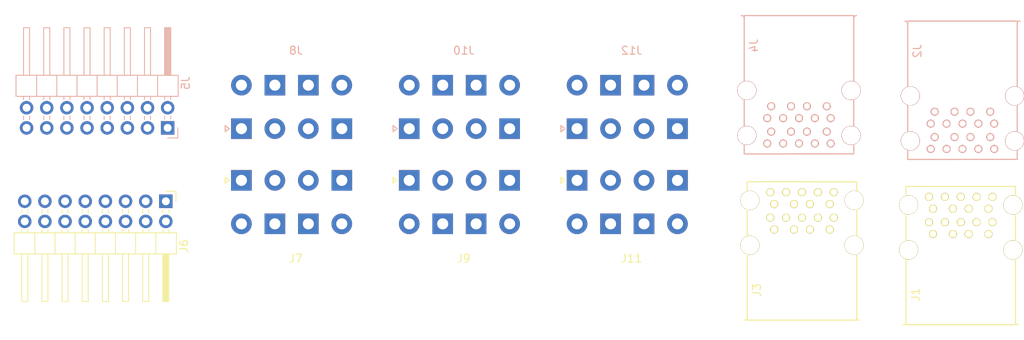
<source format=kicad_pcb>
(kicad_pcb (version 4) (host pcbnew 4.0.7)

  (general
    (links 76)
    (no_connects 0)
    (area 0 0 0 0)
    (thickness 1.6)
    (drawings 0)
    (tracks 0)
    (zones 0)
    (modules 12)
    (nets 77)
  )

  (page A4)
  (layers
    (0 F.Cu signal)
    (31 B.Cu signal)
    (32 B.Adhes user)
    (33 F.Adhes user)
    (34 B.Paste user)
    (35 F.Paste user)
    (36 B.SilkS user)
    (37 F.SilkS user)
    (38 B.Mask user)
    (39 F.Mask user)
    (40 Dwgs.User user)
    (41 Cmts.User user)
    (42 Eco1.User user)
    (43 Eco2.User user)
    (44 Edge.Cuts user)
    (45 Margin user)
    (46 B.CrtYd user)
    (47 F.CrtYd user)
    (48 B.Fab user)
    (49 F.Fab user)
  )

  (setup
    (last_trace_width 0.25)
    (trace_clearance 0.2)
    (zone_clearance 0.508)
    (zone_45_only no)
    (trace_min 0.2)
    (segment_width 0.2)
    (edge_width 0.15)
    (via_size 0.6)
    (via_drill 0.4)
    (via_min_size 0.4)
    (via_min_drill 0.3)
    (uvia_size 0.3)
    (uvia_drill 0.1)
    (uvias_allowed no)
    (uvia_min_size 0.2)
    (uvia_min_drill 0.1)
    (pcb_text_width 0.3)
    (pcb_text_size 1.5 1.5)
    (mod_edge_width 0.15)
    (mod_text_size 1 1)
    (mod_text_width 0.15)
    (pad_size 1.524 1.524)
    (pad_drill 0.762)
    (pad_to_mask_clearance 0.2)
    (aux_axis_origin 0 0)
    (visible_elements FFFFFF7F)
    (pcbplotparams
      (layerselection 0x00030_80000001)
      (usegerberextensions false)
      (excludeedgelayer true)
      (linewidth 0.100000)
      (plotframeref false)
      (viasonmask false)
      (mode 1)
      (useauxorigin false)
      (hpglpennumber 1)
      (hpglpenspeed 20)
      (hpglpendiameter 15)
      (hpglpenoverlay 2)
      (psnegative false)
      (psa4output false)
      (plotreference true)
      (plotvalue true)
      (plotinvisibletext false)
      (padsonsilk false)
      (subtractmaskfromsilk false)
      (outputformat 1)
      (mirror false)
      (drillshape 1)
      (scaleselection 1)
      (outputdirectory ""))
  )

  (net 0 "")
  (net 1 "Net-(J1-Pad4)")
  (net 2 "Net-(J1-Pad1)")
  (net 3 "Net-(J1-Pad2)")
  (net 4 "Net-(J1-Pad3)")
  (net 5 "Net-(J1-Pad5)")
  (net 6 "Net-(J1-Pad6)")
  (net 7 "Net-(J1-Pad7)")
  (net 8 "Net-(J1-Pad8)")
  (net 9 "Net-(J1-Pad9)")
  (net 10 "Net-(J1-Pad10)")
  (net 11 "Net-(J1-Pad11)")
  (net 12 "Net-(J1-Pad12)")
  (net 13 "Net-(J1-Pad13)")
  (net 14 "Net-(J1-Pad14)")
  (net 15 "Net-(J1-Pad15)")
  (net 16 "Net-(J1-Pad16)")
  (net 17 "Net-(J1-Pad17)")
  (net 18 "Net-(J1-Pad18)")
  (net 19 "Net-(J3-Pad4)")
  (net 20 "Net-(J3-Pad1)")
  (net 21 "Net-(J3-Pad2)")
  (net 22 "Net-(J3-Pad3)")
  (net 23 "Net-(J3-Pad5)")
  (net 24 "Net-(J3-Pad6)")
  (net 25 "Net-(J3-Pad7)")
  (net 26 "Net-(J3-Pad8)")
  (net 27 "Net-(J3-Pad9)")
  (net 28 "Net-(J3-Pad10)")
  (net 29 "Net-(J3-Pad11)")
  (net 30 "Net-(J3-Pad12)")
  (net 31 "Net-(J3-Pad13)")
  (net 32 "Net-(J3-Pad14)")
  (net 33 "Net-(J3-Pad15)")
  (net 34 "Net-(J3-Pad16)")
  (net 35 "Net-(J3-Pad17)")
  (net 36 "Net-(J3-Pad18)")
  (net 37 "Net-(J5-Pad1)")
  (net 38 "Net-(J5-Pad2)")
  (net 39 "Net-(J5-Pad3)")
  (net 40 "Net-(J5-Pad4)")
  (net 41 "Net-(J5-Pad5)")
  (net 42 "Net-(J5-Pad6)")
  (net 43 "Net-(J5-Pad7)")
  (net 44 "Net-(J5-Pad8)")
  (net 45 "Net-(J5-Pad9)")
  (net 46 "Net-(J5-Pad10)")
  (net 47 "Net-(J5-Pad11)")
  (net 48 "Net-(J5-Pad12)")
  (net 49 "Net-(J5-Pad13)")
  (net 50 "Net-(J5-Pad14)")
  (net 51 "Net-(J5-Pad15)")
  (net 52 "Net-(J5-Pad16)")
  (net 53 "Net-(J7-Pad2)")
  (net 54 "Net-(J7-Pad1)")
  (net 55 "Net-(J7-Pad3)")
  (net 56 "Net-(J7-Pad4)")
  (net 57 "Net-(J7-Pad7)")
  (net 58 "Net-(J7-Pad6)")
  (net 59 "Net-(J7-Pad8)")
  (net 60 "Net-(J7-Pad5)")
  (net 61 "Net-(J10-Pad2)")
  (net 62 "Net-(J10-Pad1)")
  (net 63 "Net-(J10-Pad3)")
  (net 64 "Net-(J10-Pad4)")
  (net 65 "Net-(J10-Pad7)")
  (net 66 "Net-(J10-Pad6)")
  (net 67 "Net-(J10-Pad8)")
  (net 68 "Net-(J10-Pad5)")
  (net 69 "Net-(J11-Pad2)")
  (net 70 "Net-(J11-Pad1)")
  (net 71 "Net-(J11-Pad3)")
  (net 72 "Net-(J11-Pad4)")
  (net 73 "Net-(J11-Pad7)")
  (net 74 "Net-(J11-Pad6)")
  (net 75 "Net-(J11-Pad8)")
  (net 76 "Net-(J11-Pad5)")

  (net_class Default "This is the default net class."
    (clearance 0.2)
    (trace_width 0.25)
    (via_dia 0.6)
    (via_drill 0.4)
    (uvia_dia 0.3)
    (uvia_drill 0.1)
    (add_net "Net-(J1-Pad1)")
    (add_net "Net-(J1-Pad10)")
    (add_net "Net-(J1-Pad11)")
    (add_net "Net-(J1-Pad12)")
    (add_net "Net-(J1-Pad13)")
    (add_net "Net-(J1-Pad14)")
    (add_net "Net-(J1-Pad15)")
    (add_net "Net-(J1-Pad16)")
    (add_net "Net-(J1-Pad17)")
    (add_net "Net-(J1-Pad18)")
    (add_net "Net-(J1-Pad2)")
    (add_net "Net-(J1-Pad3)")
    (add_net "Net-(J1-Pad4)")
    (add_net "Net-(J1-Pad5)")
    (add_net "Net-(J1-Pad6)")
    (add_net "Net-(J1-Pad7)")
    (add_net "Net-(J1-Pad8)")
    (add_net "Net-(J1-Pad9)")
    (add_net "Net-(J10-Pad1)")
    (add_net "Net-(J10-Pad2)")
    (add_net "Net-(J10-Pad3)")
    (add_net "Net-(J10-Pad4)")
    (add_net "Net-(J10-Pad5)")
    (add_net "Net-(J10-Pad6)")
    (add_net "Net-(J10-Pad7)")
    (add_net "Net-(J10-Pad8)")
    (add_net "Net-(J11-Pad1)")
    (add_net "Net-(J11-Pad2)")
    (add_net "Net-(J11-Pad3)")
    (add_net "Net-(J11-Pad4)")
    (add_net "Net-(J11-Pad5)")
    (add_net "Net-(J11-Pad6)")
    (add_net "Net-(J11-Pad7)")
    (add_net "Net-(J11-Pad8)")
    (add_net "Net-(J3-Pad1)")
    (add_net "Net-(J3-Pad10)")
    (add_net "Net-(J3-Pad11)")
    (add_net "Net-(J3-Pad12)")
    (add_net "Net-(J3-Pad13)")
    (add_net "Net-(J3-Pad14)")
    (add_net "Net-(J3-Pad15)")
    (add_net "Net-(J3-Pad16)")
    (add_net "Net-(J3-Pad17)")
    (add_net "Net-(J3-Pad18)")
    (add_net "Net-(J3-Pad2)")
    (add_net "Net-(J3-Pad3)")
    (add_net "Net-(J3-Pad4)")
    (add_net "Net-(J3-Pad5)")
    (add_net "Net-(J3-Pad6)")
    (add_net "Net-(J3-Pad7)")
    (add_net "Net-(J3-Pad8)")
    (add_net "Net-(J3-Pad9)")
    (add_net "Net-(J5-Pad1)")
    (add_net "Net-(J5-Pad10)")
    (add_net "Net-(J5-Pad11)")
    (add_net "Net-(J5-Pad12)")
    (add_net "Net-(J5-Pad13)")
    (add_net "Net-(J5-Pad14)")
    (add_net "Net-(J5-Pad15)")
    (add_net "Net-(J5-Pad16)")
    (add_net "Net-(J5-Pad2)")
    (add_net "Net-(J5-Pad3)")
    (add_net "Net-(J5-Pad4)")
    (add_net "Net-(J5-Pad5)")
    (add_net "Net-(J5-Pad6)")
    (add_net "Net-(J5-Pad7)")
    (add_net "Net-(J5-Pad8)")
    (add_net "Net-(J5-Pad9)")
    (add_net "Net-(J7-Pad1)")
    (add_net "Net-(J7-Pad2)")
    (add_net "Net-(J7-Pad3)")
    (add_net "Net-(J7-Pad4)")
    (add_net "Net-(J7-Pad5)")
    (add_net "Net-(J7-Pad6)")
    (add_net "Net-(J7-Pad7)")
    (add_net "Net-(J7-Pad8)")
  )

  (module USST-footprints:USB-A_3.0_Stacked_WM10420-ND (layer F.Cu) (tedit 5AA44F0A) (tstamp 5AD7A48E)
    (at 214.76 76.75 90)
    (path /5AA4511C)
    (fp_text reference J1 (at -10.14 -5.12 90) (layer F.SilkS)
      (effects (font (size 1 1) (thickness 0.15)))
    )
    (fp_text value Conn_02x09_Odd_Even (at -15.06 -0.5 180) (layer F.Fab)
      (effects (font (size 1 1) (thickness 0.15)))
    )
    (fp_arc (start -13.59 -6.68) (end -13.6 -6.33) (angle 90) (layer F.SilkS) (width 0.15))
    (fp_arc (start -13.6 7.81) (end -13.94 7.82) (angle 90) (layer F.SilkS) (width 0.15))
    (fp_line (start 3.51 7.47) (end 3.52 -6.33) (layer F.SilkS) (width 0.15))
    (fp_line (start 3.52 -6.33) (end -13.94 -6.33) (layer F.SilkS) (width 0.15))
    (fp_line (start -13.94 -6.33) (end -13.94 7.47) (layer F.SilkS) (width 0.15))
    (fp_line (start -13.94 7.47) (end 3.52 7.47) (layer F.SilkS) (width 0.15))
    (pad "" thru_hole circle (at -4.5 -6 90) (size 2.4 2.4) (drill 2.3) (layers *.Cu *.Mask F.SilkS))
    (pad "" thru_hole circle (at 1.18 -6 90) (size 2.4 2.4) (drill 2.3) (layers *.Cu *.Mask F.SilkS))
    (pad "" thru_hole circle (at 1.18 7.14 90) (size 2.4 2.4) (drill 2.3) (layers *.Cu *.Mask F.SilkS))
    (pad "" thru_hole circle (at -4.49 7.14 90) (size 2.4 2.4) (drill 2.3) (layers *.Cu *.Mask F.SilkS))
    (pad 4 thru_hole circle (at -2.5 4.07 90) (size 1 1) (drill 0.7) (layers *.Cu *.Mask F.SilkS)
      (net 1 "Net-(J1-Pad4)"))
    (pad 1 thru_hole circle (at -2.5 -2.93 90) (size 1 1) (drill 0.7) (layers *.Cu *.Mask F.SilkS)
      (net 2 "Net-(J1-Pad1)"))
    (pad 2 thru_hole circle (at -2.5 -0.43 90) (size 1 1) (drill 0.7) (layers *.Cu *.Mask F.SilkS)
      (net 3 "Net-(J1-Pad2)"))
    (pad 3 thru_hole circle (at -2.5 1.57 90) (size 1 1) (drill 0.7) (layers *.Cu *.Mask F.SilkS)
      (net 4 "Net-(J1-Pad3)"))
    (pad 5 thru_hole circle (at -1 4.57 90) (size 1 1) (drill 0.7) (layers *.Cu *.Mask F.SilkS)
      (net 5 "Net-(J1-Pad5)"))
    (pad 6 thru_hole circle (at -1 2.57 90) (size 1 1) (drill 0.7) (layers *.Cu *.Mask F.SilkS)
      (net 6 "Net-(J1-Pad6)"))
    (pad 7 thru_hole circle (at -1 0.58 90) (size 1 1) (drill 0.7) (layers *.Cu *.Mask F.SilkS)
      (net 7 "Net-(J1-Pad7)"))
    (pad 8 thru_hole circle (at -1 -1.43 90) (size 1 1) (drill 0.7) (layers *.Cu *.Mask F.SilkS)
      (net 8 "Net-(J1-Pad8)"))
    (pad 9 thru_hole circle (at -1 -3.43 90) (size 1 1) (drill 0.7) (layers *.Cu *.Mask F.SilkS)
      (net 9 "Net-(J1-Pad9)"))
    (pad 10 thru_hole circle (at 0.7 -2.93 90) (size 1 1) (drill 0.7) (layers *.Cu *.Mask F.SilkS)
      (net 10 "Net-(J1-Pad10)"))
    (pad 11 thru_hole circle (at 0.7 -0.43 90) (size 1 1) (drill 0.7) (layers *.Cu *.Mask F.SilkS)
      (net 11 "Net-(J1-Pad11)"))
    (pad 12 thru_hole circle (at 0.7 1.57 90) (size 1 1) (drill 0.7) (layers *.Cu *.Mask F.SilkS)
      (net 12 "Net-(J1-Pad12)"))
    (pad 13 thru_hole circle (at 0.7 4.07 90) (size 1 1) (drill 0.7) (layers *.Cu *.Mask F.SilkS)
      (net 13 "Net-(J1-Pad13)"))
    (pad 14 thru_hole circle (at 2.2 4.57 90) (size 1 1) (drill 0.7) (layers *.Cu *.Mask F.SilkS)
      (net 14 "Net-(J1-Pad14)"))
    (pad 15 thru_hole circle (at 2.2 2.57 90) (size 1 1) (drill 0.7) (layers *.Cu *.Mask F.SilkS)
      (net 15 "Net-(J1-Pad15)"))
    (pad 16 thru_hole circle (at 2.2 0.57 90) (size 1 1) (drill 0.7) (layers *.Cu *.Mask F.SilkS)
      (net 16 "Net-(J1-Pad16)"))
    (pad 17 thru_hole circle (at 2.2 -1.43 90) (size 1 1) (drill 0.7) (layers *.Cu *.Mask F.SilkS)
      (net 17 "Net-(J1-Pad17)"))
    (pad 18 thru_hole circle (at 2.2 -3.43 90) (size 1 1) (drill 0.7) (layers *.Cu *.Mask F.SilkS)
      (net 18 "Net-(J1-Pad18)"))
  )

  (module USST-footprints:USB-A_3.0_Stacked_WM10420-ND (layer B.Cu) (tedit 5AA44F0A) (tstamp 5AD7A4AE)
    (at 214.98 66.31 270)
    (path /5AA45159)
    (fp_text reference J2 (at -10.14 5.12 270) (layer B.SilkS)
      (effects (font (size 1 1) (thickness 0.15)) (justify mirror))
    )
    (fp_text value Conn_02x09_Odd_Even (at -15.06 0.5 540) (layer B.Fab)
      (effects (font (size 1 1) (thickness 0.15)) (justify mirror))
    )
    (fp_arc (start -13.59 6.68) (end -13.6 6.33) (angle -90) (layer B.SilkS) (width 0.15))
    (fp_arc (start -13.6 -7.81) (end -13.94 -7.82) (angle -90) (layer B.SilkS) (width 0.15))
    (fp_line (start 3.51 -7.47) (end 3.52 6.33) (layer B.SilkS) (width 0.15))
    (fp_line (start 3.52 6.33) (end -13.94 6.33) (layer B.SilkS) (width 0.15))
    (fp_line (start -13.94 6.33) (end -13.94 -7.47) (layer B.SilkS) (width 0.15))
    (fp_line (start -13.94 -7.47) (end 3.52 -7.47) (layer B.SilkS) (width 0.15))
    (pad "" thru_hole circle (at -4.5 6 270) (size 2.4 2.4) (drill 2.3) (layers *.Cu *.Mask B.SilkS))
    (pad "" thru_hole circle (at 1.18 6 270) (size 2.4 2.4) (drill 2.3) (layers *.Cu *.Mask B.SilkS))
    (pad "" thru_hole circle (at 1.18 -7.14 270) (size 2.4 2.4) (drill 2.3) (layers *.Cu *.Mask B.SilkS))
    (pad "" thru_hole circle (at -4.49 -7.14 270) (size 2.4 2.4) (drill 2.3) (layers *.Cu *.Mask B.SilkS))
    (pad 4 thru_hole circle (at -2.5 -4.07 270) (size 1 1) (drill 0.7) (layers *.Cu *.Mask B.SilkS)
      (net 1 "Net-(J1-Pad4)"))
    (pad 1 thru_hole circle (at -2.5 2.93 270) (size 1 1) (drill 0.7) (layers *.Cu *.Mask B.SilkS)
      (net 2 "Net-(J1-Pad1)"))
    (pad 2 thru_hole circle (at -2.5 0.43 270) (size 1 1) (drill 0.7) (layers *.Cu *.Mask B.SilkS)
      (net 3 "Net-(J1-Pad2)"))
    (pad 3 thru_hole circle (at -2.5 -1.57 270) (size 1 1) (drill 0.7) (layers *.Cu *.Mask B.SilkS)
      (net 4 "Net-(J1-Pad3)"))
    (pad 5 thru_hole circle (at -1 -4.57 270) (size 1 1) (drill 0.7) (layers *.Cu *.Mask B.SilkS)
      (net 5 "Net-(J1-Pad5)"))
    (pad 6 thru_hole circle (at -1 -2.57 270) (size 1 1) (drill 0.7) (layers *.Cu *.Mask B.SilkS)
      (net 6 "Net-(J1-Pad6)"))
    (pad 7 thru_hole circle (at -1 -0.58 270) (size 1 1) (drill 0.7) (layers *.Cu *.Mask B.SilkS)
      (net 7 "Net-(J1-Pad7)"))
    (pad 8 thru_hole circle (at -1 1.43 270) (size 1 1) (drill 0.7) (layers *.Cu *.Mask B.SilkS)
      (net 8 "Net-(J1-Pad8)"))
    (pad 9 thru_hole circle (at -1 3.43 270) (size 1 1) (drill 0.7) (layers *.Cu *.Mask B.SilkS)
      (net 9 "Net-(J1-Pad9)"))
    (pad 10 thru_hole circle (at 0.7 2.93 270) (size 1 1) (drill 0.7) (layers *.Cu *.Mask B.SilkS)
      (net 10 "Net-(J1-Pad10)"))
    (pad 11 thru_hole circle (at 0.7 0.43 270) (size 1 1) (drill 0.7) (layers *.Cu *.Mask B.SilkS)
      (net 11 "Net-(J1-Pad11)"))
    (pad 12 thru_hole circle (at 0.7 -1.57 270) (size 1 1) (drill 0.7) (layers *.Cu *.Mask B.SilkS)
      (net 12 "Net-(J1-Pad12)"))
    (pad 13 thru_hole circle (at 0.7 -4.07 270) (size 1 1) (drill 0.7) (layers *.Cu *.Mask B.SilkS)
      (net 13 "Net-(J1-Pad13)"))
    (pad 14 thru_hole circle (at 2.2 -4.57 270) (size 1 1) (drill 0.7) (layers *.Cu *.Mask B.SilkS)
      (net 14 "Net-(J1-Pad14)"))
    (pad 15 thru_hole circle (at 2.2 -2.57 270) (size 1 1) (drill 0.7) (layers *.Cu *.Mask B.SilkS)
      (net 15 "Net-(J1-Pad15)"))
    (pad 16 thru_hole circle (at 2.2 -0.57 270) (size 1 1) (drill 0.7) (layers *.Cu *.Mask B.SilkS)
      (net 16 "Net-(J1-Pad16)"))
    (pad 17 thru_hole circle (at 2.2 1.43 270) (size 1 1) (drill 0.7) (layers *.Cu *.Mask B.SilkS)
      (net 17 "Net-(J1-Pad17)"))
    (pad 18 thru_hole circle (at 2.2 3.43 270) (size 1 1) (drill 0.7) (layers *.Cu *.Mask B.SilkS)
      (net 18 "Net-(J1-Pad18)"))
  )

  (module USST-footprints:USB-A_3.0_Stacked_WM10420-ND (layer F.Cu) (tedit 5AA44F0A) (tstamp 5AD7A4CE)
    (at 194.76 76.17 90)
    (path /5AA46292)
    (fp_text reference J3 (at -10.14 -5.12 90) (layer F.SilkS)
      (effects (font (size 1 1) (thickness 0.15)))
    )
    (fp_text value Conn_02x09_Odd_Even (at -15.06 -0.5 180) (layer F.Fab)
      (effects (font (size 1 1) (thickness 0.15)))
    )
    (fp_arc (start -13.59 -6.68) (end -13.6 -6.33) (angle 90) (layer F.SilkS) (width 0.15))
    (fp_arc (start -13.6 7.81) (end -13.94 7.82) (angle 90) (layer F.SilkS) (width 0.15))
    (fp_line (start 3.51 7.47) (end 3.52 -6.33) (layer F.SilkS) (width 0.15))
    (fp_line (start 3.52 -6.33) (end -13.94 -6.33) (layer F.SilkS) (width 0.15))
    (fp_line (start -13.94 -6.33) (end -13.94 7.47) (layer F.SilkS) (width 0.15))
    (fp_line (start -13.94 7.47) (end 3.52 7.47) (layer F.SilkS) (width 0.15))
    (pad "" thru_hole circle (at -4.5 -6 90) (size 2.4 2.4) (drill 2.3) (layers *.Cu *.Mask F.SilkS))
    (pad "" thru_hole circle (at 1.18 -6 90) (size 2.4 2.4) (drill 2.3) (layers *.Cu *.Mask F.SilkS))
    (pad "" thru_hole circle (at 1.18 7.14 90) (size 2.4 2.4) (drill 2.3) (layers *.Cu *.Mask F.SilkS))
    (pad "" thru_hole circle (at -4.49 7.14 90) (size 2.4 2.4) (drill 2.3) (layers *.Cu *.Mask F.SilkS))
    (pad 4 thru_hole circle (at -2.5 4.07 90) (size 1 1) (drill 0.7) (layers *.Cu *.Mask F.SilkS)
      (net 19 "Net-(J3-Pad4)"))
    (pad 1 thru_hole circle (at -2.5 -2.93 90) (size 1 1) (drill 0.7) (layers *.Cu *.Mask F.SilkS)
      (net 20 "Net-(J3-Pad1)"))
    (pad 2 thru_hole circle (at -2.5 -0.43 90) (size 1 1) (drill 0.7) (layers *.Cu *.Mask F.SilkS)
      (net 21 "Net-(J3-Pad2)"))
    (pad 3 thru_hole circle (at -2.5 1.57 90) (size 1 1) (drill 0.7) (layers *.Cu *.Mask F.SilkS)
      (net 22 "Net-(J3-Pad3)"))
    (pad 5 thru_hole circle (at -1 4.57 90) (size 1 1) (drill 0.7) (layers *.Cu *.Mask F.SilkS)
      (net 23 "Net-(J3-Pad5)"))
    (pad 6 thru_hole circle (at -1 2.57 90) (size 1 1) (drill 0.7) (layers *.Cu *.Mask F.SilkS)
      (net 24 "Net-(J3-Pad6)"))
    (pad 7 thru_hole circle (at -1 0.58 90) (size 1 1) (drill 0.7) (layers *.Cu *.Mask F.SilkS)
      (net 25 "Net-(J3-Pad7)"))
    (pad 8 thru_hole circle (at -1 -1.43 90) (size 1 1) (drill 0.7) (layers *.Cu *.Mask F.SilkS)
      (net 26 "Net-(J3-Pad8)"))
    (pad 9 thru_hole circle (at -1 -3.43 90) (size 1 1) (drill 0.7) (layers *.Cu *.Mask F.SilkS)
      (net 27 "Net-(J3-Pad9)"))
    (pad 10 thru_hole circle (at 0.7 -2.93 90) (size 1 1) (drill 0.7) (layers *.Cu *.Mask F.SilkS)
      (net 28 "Net-(J3-Pad10)"))
    (pad 11 thru_hole circle (at 0.7 -0.43 90) (size 1 1) (drill 0.7) (layers *.Cu *.Mask F.SilkS)
      (net 29 "Net-(J3-Pad11)"))
    (pad 12 thru_hole circle (at 0.7 1.57 90) (size 1 1) (drill 0.7) (layers *.Cu *.Mask F.SilkS)
      (net 30 "Net-(J3-Pad12)"))
    (pad 13 thru_hole circle (at 0.7 4.07 90) (size 1 1) (drill 0.7) (layers *.Cu *.Mask F.SilkS)
      (net 31 "Net-(J3-Pad13)"))
    (pad 14 thru_hole circle (at 2.2 4.57 90) (size 1 1) (drill 0.7) (layers *.Cu *.Mask F.SilkS)
      (net 32 "Net-(J3-Pad14)"))
    (pad 15 thru_hole circle (at 2.2 2.57 90) (size 1 1) (drill 0.7) (layers *.Cu *.Mask F.SilkS)
      (net 33 "Net-(J3-Pad15)"))
    (pad 16 thru_hole circle (at 2.2 0.57 90) (size 1 1) (drill 0.7) (layers *.Cu *.Mask F.SilkS)
      (net 34 "Net-(J3-Pad16)"))
    (pad 17 thru_hole circle (at 2.2 -1.43 90) (size 1 1) (drill 0.7) (layers *.Cu *.Mask F.SilkS)
      (net 35 "Net-(J3-Pad17)"))
    (pad 18 thru_hole circle (at 2.2 -3.43 90) (size 1 1) (drill 0.7) (layers *.Cu *.Mask F.SilkS)
      (net 36 "Net-(J3-Pad18)"))
  )

  (module USST-footprints:USB-A_3.0_Stacked_WM10420-ND (layer B.Cu) (tedit 5AA44F0A) (tstamp 5AD7A4EE)
    (at 194.38 65.62 270)
    (path /5AA46298)
    (fp_text reference J4 (at -10.14 5.12 270) (layer B.SilkS)
      (effects (font (size 1 1) (thickness 0.15)) (justify mirror))
    )
    (fp_text value Conn_02x09_Odd_Even (at -15.06 0.5 540) (layer B.Fab)
      (effects (font (size 1 1) (thickness 0.15)) (justify mirror))
    )
    (fp_arc (start -13.59 6.68) (end -13.6 6.33) (angle -90) (layer B.SilkS) (width 0.15))
    (fp_arc (start -13.6 -7.81) (end -13.94 -7.82) (angle -90) (layer B.SilkS) (width 0.15))
    (fp_line (start 3.51 -7.47) (end 3.52 6.33) (layer B.SilkS) (width 0.15))
    (fp_line (start 3.52 6.33) (end -13.94 6.33) (layer B.SilkS) (width 0.15))
    (fp_line (start -13.94 6.33) (end -13.94 -7.47) (layer B.SilkS) (width 0.15))
    (fp_line (start -13.94 -7.47) (end 3.52 -7.47) (layer B.SilkS) (width 0.15))
    (pad "" thru_hole circle (at -4.5 6 270) (size 2.4 2.4) (drill 2.3) (layers *.Cu *.Mask B.SilkS))
    (pad "" thru_hole circle (at 1.18 6 270) (size 2.4 2.4) (drill 2.3) (layers *.Cu *.Mask B.SilkS))
    (pad "" thru_hole circle (at 1.18 -7.14 270) (size 2.4 2.4) (drill 2.3) (layers *.Cu *.Mask B.SilkS))
    (pad "" thru_hole circle (at -4.49 -7.14 270) (size 2.4 2.4) (drill 2.3) (layers *.Cu *.Mask B.SilkS))
    (pad 4 thru_hole circle (at -2.5 -4.07 270) (size 1 1) (drill 0.7) (layers *.Cu *.Mask B.SilkS)
      (net 19 "Net-(J3-Pad4)"))
    (pad 1 thru_hole circle (at -2.5 2.93 270) (size 1 1) (drill 0.7) (layers *.Cu *.Mask B.SilkS)
      (net 20 "Net-(J3-Pad1)"))
    (pad 2 thru_hole circle (at -2.5 0.43 270) (size 1 1) (drill 0.7) (layers *.Cu *.Mask B.SilkS)
      (net 21 "Net-(J3-Pad2)"))
    (pad 3 thru_hole circle (at -2.5 -1.57 270) (size 1 1) (drill 0.7) (layers *.Cu *.Mask B.SilkS)
      (net 22 "Net-(J3-Pad3)"))
    (pad 5 thru_hole circle (at -1 -4.57 270) (size 1 1) (drill 0.7) (layers *.Cu *.Mask B.SilkS)
      (net 23 "Net-(J3-Pad5)"))
    (pad 6 thru_hole circle (at -1 -2.57 270) (size 1 1) (drill 0.7) (layers *.Cu *.Mask B.SilkS)
      (net 24 "Net-(J3-Pad6)"))
    (pad 7 thru_hole circle (at -1 -0.58 270) (size 1 1) (drill 0.7) (layers *.Cu *.Mask B.SilkS)
      (net 25 "Net-(J3-Pad7)"))
    (pad 8 thru_hole circle (at -1 1.43 270) (size 1 1) (drill 0.7) (layers *.Cu *.Mask B.SilkS)
      (net 26 "Net-(J3-Pad8)"))
    (pad 9 thru_hole circle (at -1 3.43 270) (size 1 1) (drill 0.7) (layers *.Cu *.Mask B.SilkS)
      (net 27 "Net-(J3-Pad9)"))
    (pad 10 thru_hole circle (at 0.7 2.93 270) (size 1 1) (drill 0.7) (layers *.Cu *.Mask B.SilkS)
      (net 28 "Net-(J3-Pad10)"))
    (pad 11 thru_hole circle (at 0.7 0.43 270) (size 1 1) (drill 0.7) (layers *.Cu *.Mask B.SilkS)
      (net 29 "Net-(J3-Pad11)"))
    (pad 12 thru_hole circle (at 0.7 -1.57 270) (size 1 1) (drill 0.7) (layers *.Cu *.Mask B.SilkS)
      (net 30 "Net-(J3-Pad12)"))
    (pad 13 thru_hole circle (at 0.7 -4.07 270) (size 1 1) (drill 0.7) (layers *.Cu *.Mask B.SilkS)
      (net 31 "Net-(J3-Pad13)"))
    (pad 14 thru_hole circle (at 2.2 -4.57 270) (size 1 1) (drill 0.7) (layers *.Cu *.Mask B.SilkS)
      (net 32 "Net-(J3-Pad14)"))
    (pad 15 thru_hole circle (at 2.2 -2.57 270) (size 1 1) (drill 0.7) (layers *.Cu *.Mask B.SilkS)
      (net 33 "Net-(J3-Pad15)"))
    (pad 16 thru_hole circle (at 2.2 -0.57 270) (size 1 1) (drill 0.7) (layers *.Cu *.Mask B.SilkS)
      (net 34 "Net-(J3-Pad16)"))
    (pad 17 thru_hole circle (at 2.2 1.43 270) (size 1 1) (drill 0.7) (layers *.Cu *.Mask B.SilkS)
      (net 35 "Net-(J3-Pad17)"))
    (pad 18 thru_hole circle (at 2.2 3.43 270) (size 1 1) (drill 0.7) (layers *.Cu *.Mask B.SilkS)
      (net 36 "Net-(J3-Pad18)"))
  )

  (module Pin_Headers:Pin_Header_Angled_2x08_Pitch2.54mm (layer B.Cu) (tedit 59650532) (tstamp 5AD7A587)
    (at 115.4 65.85 90)
    (descr "Through hole angled pin header, 2x08, 2.54mm pitch, 6mm pin length, double rows")
    (tags "Through hole angled pin header THT 2x08 2.54mm double row")
    (path /5AD53005)
    (fp_text reference J5 (at 5.655 2.27 90) (layer B.SilkS)
      (effects (font (size 1 1) (thickness 0.15)) (justify mirror))
    )
    (fp_text value Conn_02x08_Odd_Even (at 5.655 -20.05 90) (layer B.Fab)
      (effects (font (size 1 1) (thickness 0.15)) (justify mirror))
    )
    (fp_line (start 4.675 1.27) (end 6.58 1.27) (layer B.Fab) (width 0.1))
    (fp_line (start 6.58 1.27) (end 6.58 -19.05) (layer B.Fab) (width 0.1))
    (fp_line (start 6.58 -19.05) (end 4.04 -19.05) (layer B.Fab) (width 0.1))
    (fp_line (start 4.04 -19.05) (end 4.04 0.635) (layer B.Fab) (width 0.1))
    (fp_line (start 4.04 0.635) (end 4.675 1.27) (layer B.Fab) (width 0.1))
    (fp_line (start -0.32 0.32) (end 4.04 0.32) (layer B.Fab) (width 0.1))
    (fp_line (start -0.32 0.32) (end -0.32 -0.32) (layer B.Fab) (width 0.1))
    (fp_line (start -0.32 -0.32) (end 4.04 -0.32) (layer B.Fab) (width 0.1))
    (fp_line (start 6.58 0.32) (end 12.58 0.32) (layer B.Fab) (width 0.1))
    (fp_line (start 12.58 0.32) (end 12.58 -0.32) (layer B.Fab) (width 0.1))
    (fp_line (start 6.58 -0.32) (end 12.58 -0.32) (layer B.Fab) (width 0.1))
    (fp_line (start -0.32 -2.22) (end 4.04 -2.22) (layer B.Fab) (width 0.1))
    (fp_line (start -0.32 -2.22) (end -0.32 -2.86) (layer B.Fab) (width 0.1))
    (fp_line (start -0.32 -2.86) (end 4.04 -2.86) (layer B.Fab) (width 0.1))
    (fp_line (start 6.58 -2.22) (end 12.58 -2.22) (layer B.Fab) (width 0.1))
    (fp_line (start 12.58 -2.22) (end 12.58 -2.86) (layer B.Fab) (width 0.1))
    (fp_line (start 6.58 -2.86) (end 12.58 -2.86) (layer B.Fab) (width 0.1))
    (fp_line (start -0.32 -4.76) (end 4.04 -4.76) (layer B.Fab) (width 0.1))
    (fp_line (start -0.32 -4.76) (end -0.32 -5.4) (layer B.Fab) (width 0.1))
    (fp_line (start -0.32 -5.4) (end 4.04 -5.4) (layer B.Fab) (width 0.1))
    (fp_line (start 6.58 -4.76) (end 12.58 -4.76) (layer B.Fab) (width 0.1))
    (fp_line (start 12.58 -4.76) (end 12.58 -5.4) (layer B.Fab) (width 0.1))
    (fp_line (start 6.58 -5.4) (end 12.58 -5.4) (layer B.Fab) (width 0.1))
    (fp_line (start -0.32 -7.3) (end 4.04 -7.3) (layer B.Fab) (width 0.1))
    (fp_line (start -0.32 -7.3) (end -0.32 -7.94) (layer B.Fab) (width 0.1))
    (fp_line (start -0.32 -7.94) (end 4.04 -7.94) (layer B.Fab) (width 0.1))
    (fp_line (start 6.58 -7.3) (end 12.58 -7.3) (layer B.Fab) (width 0.1))
    (fp_line (start 12.58 -7.3) (end 12.58 -7.94) (layer B.Fab) (width 0.1))
    (fp_line (start 6.58 -7.94) (end 12.58 -7.94) (layer B.Fab) (width 0.1))
    (fp_line (start -0.32 -9.84) (end 4.04 -9.84) (layer B.Fab) (width 0.1))
    (fp_line (start -0.32 -9.84) (end -0.32 -10.48) (layer B.Fab) (width 0.1))
    (fp_line (start -0.32 -10.48) (end 4.04 -10.48) (layer B.Fab) (width 0.1))
    (fp_line (start 6.58 -9.84) (end 12.58 -9.84) (layer B.Fab) (width 0.1))
    (fp_line (start 12.58 -9.84) (end 12.58 -10.48) (layer B.Fab) (width 0.1))
    (fp_line (start 6.58 -10.48) (end 12.58 -10.48) (layer B.Fab) (width 0.1))
    (fp_line (start -0.32 -12.38) (end 4.04 -12.38) (layer B.Fab) (width 0.1))
    (fp_line (start -0.32 -12.38) (end -0.32 -13.02) (layer B.Fab) (width 0.1))
    (fp_line (start -0.32 -13.02) (end 4.04 -13.02) (layer B.Fab) (width 0.1))
    (fp_line (start 6.58 -12.38) (end 12.58 -12.38) (layer B.Fab) (width 0.1))
    (fp_line (start 12.58 -12.38) (end 12.58 -13.02) (layer B.Fab) (width 0.1))
    (fp_line (start 6.58 -13.02) (end 12.58 -13.02) (layer B.Fab) (width 0.1))
    (fp_line (start -0.32 -14.92) (end 4.04 -14.92) (layer B.Fab) (width 0.1))
    (fp_line (start -0.32 -14.92) (end -0.32 -15.56) (layer B.Fab) (width 0.1))
    (fp_line (start -0.32 -15.56) (end 4.04 -15.56) (layer B.Fab) (width 0.1))
    (fp_line (start 6.58 -14.92) (end 12.58 -14.92) (layer B.Fab) (width 0.1))
    (fp_line (start 12.58 -14.92) (end 12.58 -15.56) (layer B.Fab) (width 0.1))
    (fp_line (start 6.58 -15.56) (end 12.58 -15.56) (layer B.Fab) (width 0.1))
    (fp_line (start -0.32 -17.46) (end 4.04 -17.46) (layer B.Fab) (width 0.1))
    (fp_line (start -0.32 -17.46) (end -0.32 -18.1) (layer B.Fab) (width 0.1))
    (fp_line (start -0.32 -18.1) (end 4.04 -18.1) (layer B.Fab) (width 0.1))
    (fp_line (start 6.58 -17.46) (end 12.58 -17.46) (layer B.Fab) (width 0.1))
    (fp_line (start 12.58 -17.46) (end 12.58 -18.1) (layer B.Fab) (width 0.1))
    (fp_line (start 6.58 -18.1) (end 12.58 -18.1) (layer B.Fab) (width 0.1))
    (fp_line (start 3.98 1.33) (end 3.98 -19.11) (layer B.SilkS) (width 0.12))
    (fp_line (start 3.98 -19.11) (end 6.64 -19.11) (layer B.SilkS) (width 0.12))
    (fp_line (start 6.64 -19.11) (end 6.64 1.33) (layer B.SilkS) (width 0.12))
    (fp_line (start 6.64 1.33) (end 3.98 1.33) (layer B.SilkS) (width 0.12))
    (fp_line (start 6.64 0.38) (end 12.64 0.38) (layer B.SilkS) (width 0.12))
    (fp_line (start 12.64 0.38) (end 12.64 -0.38) (layer B.SilkS) (width 0.12))
    (fp_line (start 12.64 -0.38) (end 6.64 -0.38) (layer B.SilkS) (width 0.12))
    (fp_line (start 6.64 0.32) (end 12.64 0.32) (layer B.SilkS) (width 0.12))
    (fp_line (start 6.64 0.2) (end 12.64 0.2) (layer B.SilkS) (width 0.12))
    (fp_line (start 6.64 0.08) (end 12.64 0.08) (layer B.SilkS) (width 0.12))
    (fp_line (start 6.64 -0.04) (end 12.64 -0.04) (layer B.SilkS) (width 0.12))
    (fp_line (start 6.64 -0.16) (end 12.64 -0.16) (layer B.SilkS) (width 0.12))
    (fp_line (start 6.64 -0.28) (end 12.64 -0.28) (layer B.SilkS) (width 0.12))
    (fp_line (start 3.582929 0.38) (end 3.98 0.38) (layer B.SilkS) (width 0.12))
    (fp_line (start 3.582929 -0.38) (end 3.98 -0.38) (layer B.SilkS) (width 0.12))
    (fp_line (start 1.11 0.38) (end 1.497071 0.38) (layer B.SilkS) (width 0.12))
    (fp_line (start 1.11 -0.38) (end 1.497071 -0.38) (layer B.SilkS) (width 0.12))
    (fp_line (start 3.98 -1.27) (end 6.64 -1.27) (layer B.SilkS) (width 0.12))
    (fp_line (start 6.64 -2.16) (end 12.64 -2.16) (layer B.SilkS) (width 0.12))
    (fp_line (start 12.64 -2.16) (end 12.64 -2.92) (layer B.SilkS) (width 0.12))
    (fp_line (start 12.64 -2.92) (end 6.64 -2.92) (layer B.SilkS) (width 0.12))
    (fp_line (start 3.582929 -2.16) (end 3.98 -2.16) (layer B.SilkS) (width 0.12))
    (fp_line (start 3.582929 -2.92) (end 3.98 -2.92) (layer B.SilkS) (width 0.12))
    (fp_line (start 1.042929 -2.16) (end 1.497071 -2.16) (layer B.SilkS) (width 0.12))
    (fp_line (start 1.042929 -2.92) (end 1.497071 -2.92) (layer B.SilkS) (width 0.12))
    (fp_line (start 3.98 -3.81) (end 6.64 -3.81) (layer B.SilkS) (width 0.12))
    (fp_line (start 6.64 -4.7) (end 12.64 -4.7) (layer B.SilkS) (width 0.12))
    (fp_line (start 12.64 -4.7) (end 12.64 -5.46) (layer B.SilkS) (width 0.12))
    (fp_line (start 12.64 -5.46) (end 6.64 -5.46) (layer B.SilkS) (width 0.12))
    (fp_line (start 3.582929 -4.7) (end 3.98 -4.7) (layer B.SilkS) (width 0.12))
    (fp_line (start 3.582929 -5.46) (end 3.98 -5.46) (layer B.SilkS) (width 0.12))
    (fp_line (start 1.042929 -4.7) (end 1.497071 -4.7) (layer B.SilkS) (width 0.12))
    (fp_line (start 1.042929 -5.46) (end 1.497071 -5.46) (layer B.SilkS) (width 0.12))
    (fp_line (start 3.98 -6.35) (end 6.64 -6.35) (layer B.SilkS) (width 0.12))
    (fp_line (start 6.64 -7.24) (end 12.64 -7.24) (layer B.SilkS) (width 0.12))
    (fp_line (start 12.64 -7.24) (end 12.64 -8) (layer B.SilkS) (width 0.12))
    (fp_line (start 12.64 -8) (end 6.64 -8) (layer B.SilkS) (width 0.12))
    (fp_line (start 3.582929 -7.24) (end 3.98 -7.24) (layer B.SilkS) (width 0.12))
    (fp_line (start 3.582929 -8) (end 3.98 -8) (layer B.SilkS) (width 0.12))
    (fp_line (start 1.042929 -7.24) (end 1.497071 -7.24) (layer B.SilkS) (width 0.12))
    (fp_line (start 1.042929 -8) (end 1.497071 -8) (layer B.SilkS) (width 0.12))
    (fp_line (start 3.98 -8.89) (end 6.64 -8.89) (layer B.SilkS) (width 0.12))
    (fp_line (start 6.64 -9.78) (end 12.64 -9.78) (layer B.SilkS) (width 0.12))
    (fp_line (start 12.64 -9.78) (end 12.64 -10.54) (layer B.SilkS) (width 0.12))
    (fp_line (start 12.64 -10.54) (end 6.64 -10.54) (layer B.SilkS) (width 0.12))
    (fp_line (start 3.582929 -9.78) (end 3.98 -9.78) (layer B.SilkS) (width 0.12))
    (fp_line (start 3.582929 -10.54) (end 3.98 -10.54) (layer B.SilkS) (width 0.12))
    (fp_line (start 1.042929 -9.78) (end 1.497071 -9.78) (layer B.SilkS) (width 0.12))
    (fp_line (start 1.042929 -10.54) (end 1.497071 -10.54) (layer B.SilkS) (width 0.12))
    (fp_line (start 3.98 -11.43) (end 6.64 -11.43) (layer B.SilkS) (width 0.12))
    (fp_line (start 6.64 -12.32) (end 12.64 -12.32) (layer B.SilkS) (width 0.12))
    (fp_line (start 12.64 -12.32) (end 12.64 -13.08) (layer B.SilkS) (width 0.12))
    (fp_line (start 12.64 -13.08) (end 6.64 -13.08) (layer B.SilkS) (width 0.12))
    (fp_line (start 3.582929 -12.32) (end 3.98 -12.32) (layer B.SilkS) (width 0.12))
    (fp_line (start 3.582929 -13.08) (end 3.98 -13.08) (layer B.SilkS) (width 0.12))
    (fp_line (start 1.042929 -12.32) (end 1.497071 -12.32) (layer B.SilkS) (width 0.12))
    (fp_line (start 1.042929 -13.08) (end 1.497071 -13.08) (layer B.SilkS) (width 0.12))
    (fp_line (start 3.98 -13.97) (end 6.64 -13.97) (layer B.SilkS) (width 0.12))
    (fp_line (start 6.64 -14.86) (end 12.64 -14.86) (layer B.SilkS) (width 0.12))
    (fp_line (start 12.64 -14.86) (end 12.64 -15.62) (layer B.SilkS) (width 0.12))
    (fp_line (start 12.64 -15.62) (end 6.64 -15.62) (layer B.SilkS) (width 0.12))
    (fp_line (start 3.582929 -14.86) (end 3.98 -14.86) (layer B.SilkS) (width 0.12))
    (fp_line (start 3.582929 -15.62) (end 3.98 -15.62) (layer B.SilkS) (width 0.12))
    (fp_line (start 1.042929 -14.86) (end 1.497071 -14.86) (layer B.SilkS) (width 0.12))
    (fp_line (start 1.042929 -15.62) (end 1.497071 -15.62) (layer B.SilkS) (width 0.12))
    (fp_line (start 3.98 -16.51) (end 6.64 -16.51) (layer B.SilkS) (width 0.12))
    (fp_line (start 6.64 -17.4) (end 12.64 -17.4) (layer B.SilkS) (width 0.12))
    (fp_line (start 12.64 -17.4) (end 12.64 -18.16) (layer B.SilkS) (width 0.12))
    (fp_line (start 12.64 -18.16) (end 6.64 -18.16) (layer B.SilkS) (width 0.12))
    (fp_line (start 3.582929 -17.4) (end 3.98 -17.4) (layer B.SilkS) (width 0.12))
    (fp_line (start 3.582929 -18.16) (end 3.98 -18.16) (layer B.SilkS) (width 0.12))
    (fp_line (start 1.042929 -17.4) (end 1.497071 -17.4) (layer B.SilkS) (width 0.12))
    (fp_line (start 1.042929 -18.16) (end 1.497071 -18.16) (layer B.SilkS) (width 0.12))
    (fp_line (start -1.27 0) (end -1.27 1.27) (layer B.SilkS) (width 0.12))
    (fp_line (start -1.27 1.27) (end 0 1.27) (layer B.SilkS) (width 0.12))
    (fp_line (start -1.8 1.8) (end -1.8 -19.55) (layer B.CrtYd) (width 0.05))
    (fp_line (start -1.8 -19.55) (end 13.1 -19.55) (layer B.CrtYd) (width 0.05))
    (fp_line (start 13.1 -19.55) (end 13.1 1.8) (layer B.CrtYd) (width 0.05))
    (fp_line (start 13.1 1.8) (end -1.8 1.8) (layer B.CrtYd) (width 0.05))
    (fp_text user %R (at 5.31 -8.89 360) (layer B.Fab)
      (effects (font (size 1 1) (thickness 0.15)) (justify mirror))
    )
    (pad 1 thru_hole rect (at 0 0 90) (size 1.7 1.7) (drill 1) (layers *.Cu *.Mask)
      (net 37 "Net-(J5-Pad1)"))
    (pad 2 thru_hole oval (at 2.54 0 90) (size 1.7 1.7) (drill 1) (layers *.Cu *.Mask)
      (net 38 "Net-(J5-Pad2)"))
    (pad 3 thru_hole oval (at 0 -2.54 90) (size 1.7 1.7) (drill 1) (layers *.Cu *.Mask)
      (net 39 "Net-(J5-Pad3)"))
    (pad 4 thru_hole oval (at 2.54 -2.54 90) (size 1.7 1.7) (drill 1) (layers *.Cu *.Mask)
      (net 40 "Net-(J5-Pad4)"))
    (pad 5 thru_hole oval (at 0 -5.08 90) (size 1.7 1.7) (drill 1) (layers *.Cu *.Mask)
      (net 41 "Net-(J5-Pad5)"))
    (pad 6 thru_hole oval (at 2.54 -5.08 90) (size 1.7 1.7) (drill 1) (layers *.Cu *.Mask)
      (net 42 "Net-(J5-Pad6)"))
    (pad 7 thru_hole oval (at 0 -7.62 90) (size 1.7 1.7) (drill 1) (layers *.Cu *.Mask)
      (net 43 "Net-(J5-Pad7)"))
    (pad 8 thru_hole oval (at 2.54 -7.62 90) (size 1.7 1.7) (drill 1) (layers *.Cu *.Mask)
      (net 44 "Net-(J5-Pad8)"))
    (pad 9 thru_hole oval (at 0 -10.16 90) (size 1.7 1.7) (drill 1) (layers *.Cu *.Mask)
      (net 45 "Net-(J5-Pad9)"))
    (pad 10 thru_hole oval (at 2.54 -10.16 90) (size 1.7 1.7) (drill 1) (layers *.Cu *.Mask)
      (net 46 "Net-(J5-Pad10)"))
    (pad 11 thru_hole oval (at 0 -12.7 90) (size 1.7 1.7) (drill 1) (layers *.Cu *.Mask)
      (net 47 "Net-(J5-Pad11)"))
    (pad 12 thru_hole oval (at 2.54 -12.7 90) (size 1.7 1.7) (drill 1) (layers *.Cu *.Mask)
      (net 48 "Net-(J5-Pad12)"))
    (pad 13 thru_hole oval (at 0 -15.24 90) (size 1.7 1.7) (drill 1) (layers *.Cu *.Mask)
      (net 49 "Net-(J5-Pad13)"))
    (pad 14 thru_hole oval (at 2.54 -15.24 90) (size 1.7 1.7) (drill 1) (layers *.Cu *.Mask)
      (net 50 "Net-(J5-Pad14)"))
    (pad 15 thru_hole oval (at 0 -17.78 90) (size 1.7 1.7) (drill 1) (layers *.Cu *.Mask)
      (net 51 "Net-(J5-Pad15)"))
    (pad 16 thru_hole oval (at 2.54 -17.78 90) (size 1.7 1.7) (drill 1) (layers *.Cu *.Mask)
      (net 52 "Net-(J5-Pad16)"))
    (model ${KISYS3DMOD}/Pin_Headers.3dshapes/Pin_Header_Angled_2x08_Pitch2.54mm.wrl
      (at (xyz 0 0 0))
      (scale (xyz 1 1 1))
      (rotate (xyz 0 0 0))
    )
  )

  (module Pin_Headers:Pin_Header_Angled_2x08_Pitch2.54mm (layer F.Cu) (tedit 59650532) (tstamp 5AD7A620)
    (at 115.17 75.11 270)
    (descr "Through hole angled pin header, 2x08, 2.54mm pitch, 6mm pin length, double rows")
    (tags "Through hole angled pin header THT 2x08 2.54mm double row")
    (path /5AD53094)
    (fp_text reference J6 (at 5.655 -2.27 270) (layer F.SilkS)
      (effects (font (size 1 1) (thickness 0.15)))
    )
    (fp_text value Conn_02x08_Odd_Even (at 5.655 20.05 270) (layer F.Fab)
      (effects (font (size 1 1) (thickness 0.15)))
    )
    (fp_line (start 4.675 -1.27) (end 6.58 -1.27) (layer F.Fab) (width 0.1))
    (fp_line (start 6.58 -1.27) (end 6.58 19.05) (layer F.Fab) (width 0.1))
    (fp_line (start 6.58 19.05) (end 4.04 19.05) (layer F.Fab) (width 0.1))
    (fp_line (start 4.04 19.05) (end 4.04 -0.635) (layer F.Fab) (width 0.1))
    (fp_line (start 4.04 -0.635) (end 4.675 -1.27) (layer F.Fab) (width 0.1))
    (fp_line (start -0.32 -0.32) (end 4.04 -0.32) (layer F.Fab) (width 0.1))
    (fp_line (start -0.32 -0.32) (end -0.32 0.32) (layer F.Fab) (width 0.1))
    (fp_line (start -0.32 0.32) (end 4.04 0.32) (layer F.Fab) (width 0.1))
    (fp_line (start 6.58 -0.32) (end 12.58 -0.32) (layer F.Fab) (width 0.1))
    (fp_line (start 12.58 -0.32) (end 12.58 0.32) (layer F.Fab) (width 0.1))
    (fp_line (start 6.58 0.32) (end 12.58 0.32) (layer F.Fab) (width 0.1))
    (fp_line (start -0.32 2.22) (end 4.04 2.22) (layer F.Fab) (width 0.1))
    (fp_line (start -0.32 2.22) (end -0.32 2.86) (layer F.Fab) (width 0.1))
    (fp_line (start -0.32 2.86) (end 4.04 2.86) (layer F.Fab) (width 0.1))
    (fp_line (start 6.58 2.22) (end 12.58 2.22) (layer F.Fab) (width 0.1))
    (fp_line (start 12.58 2.22) (end 12.58 2.86) (layer F.Fab) (width 0.1))
    (fp_line (start 6.58 2.86) (end 12.58 2.86) (layer F.Fab) (width 0.1))
    (fp_line (start -0.32 4.76) (end 4.04 4.76) (layer F.Fab) (width 0.1))
    (fp_line (start -0.32 4.76) (end -0.32 5.4) (layer F.Fab) (width 0.1))
    (fp_line (start -0.32 5.4) (end 4.04 5.4) (layer F.Fab) (width 0.1))
    (fp_line (start 6.58 4.76) (end 12.58 4.76) (layer F.Fab) (width 0.1))
    (fp_line (start 12.58 4.76) (end 12.58 5.4) (layer F.Fab) (width 0.1))
    (fp_line (start 6.58 5.4) (end 12.58 5.4) (layer F.Fab) (width 0.1))
    (fp_line (start -0.32 7.3) (end 4.04 7.3) (layer F.Fab) (width 0.1))
    (fp_line (start -0.32 7.3) (end -0.32 7.94) (layer F.Fab) (width 0.1))
    (fp_line (start -0.32 7.94) (end 4.04 7.94) (layer F.Fab) (width 0.1))
    (fp_line (start 6.58 7.3) (end 12.58 7.3) (layer F.Fab) (width 0.1))
    (fp_line (start 12.58 7.3) (end 12.58 7.94) (layer F.Fab) (width 0.1))
    (fp_line (start 6.58 7.94) (end 12.58 7.94) (layer F.Fab) (width 0.1))
    (fp_line (start -0.32 9.84) (end 4.04 9.84) (layer F.Fab) (width 0.1))
    (fp_line (start -0.32 9.84) (end -0.32 10.48) (layer F.Fab) (width 0.1))
    (fp_line (start -0.32 10.48) (end 4.04 10.48) (layer F.Fab) (width 0.1))
    (fp_line (start 6.58 9.84) (end 12.58 9.84) (layer F.Fab) (width 0.1))
    (fp_line (start 12.58 9.84) (end 12.58 10.48) (layer F.Fab) (width 0.1))
    (fp_line (start 6.58 10.48) (end 12.58 10.48) (layer F.Fab) (width 0.1))
    (fp_line (start -0.32 12.38) (end 4.04 12.38) (layer F.Fab) (width 0.1))
    (fp_line (start -0.32 12.38) (end -0.32 13.02) (layer F.Fab) (width 0.1))
    (fp_line (start -0.32 13.02) (end 4.04 13.02) (layer F.Fab) (width 0.1))
    (fp_line (start 6.58 12.38) (end 12.58 12.38) (layer F.Fab) (width 0.1))
    (fp_line (start 12.58 12.38) (end 12.58 13.02) (layer F.Fab) (width 0.1))
    (fp_line (start 6.58 13.02) (end 12.58 13.02) (layer F.Fab) (width 0.1))
    (fp_line (start -0.32 14.92) (end 4.04 14.92) (layer F.Fab) (width 0.1))
    (fp_line (start -0.32 14.92) (end -0.32 15.56) (layer F.Fab) (width 0.1))
    (fp_line (start -0.32 15.56) (end 4.04 15.56) (layer F.Fab) (width 0.1))
    (fp_line (start 6.58 14.92) (end 12.58 14.92) (layer F.Fab) (width 0.1))
    (fp_line (start 12.58 14.92) (end 12.58 15.56) (layer F.Fab) (width 0.1))
    (fp_line (start 6.58 15.56) (end 12.58 15.56) (layer F.Fab) (width 0.1))
    (fp_line (start -0.32 17.46) (end 4.04 17.46) (layer F.Fab) (width 0.1))
    (fp_line (start -0.32 17.46) (end -0.32 18.1) (layer F.Fab) (width 0.1))
    (fp_line (start -0.32 18.1) (end 4.04 18.1) (layer F.Fab) (width 0.1))
    (fp_line (start 6.58 17.46) (end 12.58 17.46) (layer F.Fab) (width 0.1))
    (fp_line (start 12.58 17.46) (end 12.58 18.1) (layer F.Fab) (width 0.1))
    (fp_line (start 6.58 18.1) (end 12.58 18.1) (layer F.Fab) (width 0.1))
    (fp_line (start 3.98 -1.33) (end 3.98 19.11) (layer F.SilkS) (width 0.12))
    (fp_line (start 3.98 19.11) (end 6.64 19.11) (layer F.SilkS) (width 0.12))
    (fp_line (start 6.64 19.11) (end 6.64 -1.33) (layer F.SilkS) (width 0.12))
    (fp_line (start 6.64 -1.33) (end 3.98 -1.33) (layer F.SilkS) (width 0.12))
    (fp_line (start 6.64 -0.38) (end 12.64 -0.38) (layer F.SilkS) (width 0.12))
    (fp_line (start 12.64 -0.38) (end 12.64 0.38) (layer F.SilkS) (width 0.12))
    (fp_line (start 12.64 0.38) (end 6.64 0.38) (layer F.SilkS) (width 0.12))
    (fp_line (start 6.64 -0.32) (end 12.64 -0.32) (layer F.SilkS) (width 0.12))
    (fp_line (start 6.64 -0.2) (end 12.64 -0.2) (layer F.SilkS) (width 0.12))
    (fp_line (start 6.64 -0.08) (end 12.64 -0.08) (layer F.SilkS) (width 0.12))
    (fp_line (start 6.64 0.04) (end 12.64 0.04) (layer F.SilkS) (width 0.12))
    (fp_line (start 6.64 0.16) (end 12.64 0.16) (layer F.SilkS) (width 0.12))
    (fp_line (start 6.64 0.28) (end 12.64 0.28) (layer F.SilkS) (width 0.12))
    (fp_line (start 3.582929 -0.38) (end 3.98 -0.38) (layer F.SilkS) (width 0.12))
    (fp_line (start 3.582929 0.38) (end 3.98 0.38) (layer F.SilkS) (width 0.12))
    (fp_line (start 1.11 -0.38) (end 1.497071 -0.38) (layer F.SilkS) (width 0.12))
    (fp_line (start 1.11 0.38) (end 1.497071 0.38) (layer F.SilkS) (width 0.12))
    (fp_line (start 3.98 1.27) (end 6.64 1.27) (layer F.SilkS) (width 0.12))
    (fp_line (start 6.64 2.16) (end 12.64 2.16) (layer F.SilkS) (width 0.12))
    (fp_line (start 12.64 2.16) (end 12.64 2.92) (layer F.SilkS) (width 0.12))
    (fp_line (start 12.64 2.92) (end 6.64 2.92) (layer F.SilkS) (width 0.12))
    (fp_line (start 3.582929 2.16) (end 3.98 2.16) (layer F.SilkS) (width 0.12))
    (fp_line (start 3.582929 2.92) (end 3.98 2.92) (layer F.SilkS) (width 0.12))
    (fp_line (start 1.042929 2.16) (end 1.497071 2.16) (layer F.SilkS) (width 0.12))
    (fp_line (start 1.042929 2.92) (end 1.497071 2.92) (layer F.SilkS) (width 0.12))
    (fp_line (start 3.98 3.81) (end 6.64 3.81) (layer F.SilkS) (width 0.12))
    (fp_line (start 6.64 4.7) (end 12.64 4.7) (layer F.SilkS) (width 0.12))
    (fp_line (start 12.64 4.7) (end 12.64 5.46) (layer F.SilkS) (width 0.12))
    (fp_line (start 12.64 5.46) (end 6.64 5.46) (layer F.SilkS) (width 0.12))
    (fp_line (start 3.582929 4.7) (end 3.98 4.7) (layer F.SilkS) (width 0.12))
    (fp_line (start 3.582929 5.46) (end 3.98 5.46) (layer F.SilkS) (width 0.12))
    (fp_line (start 1.042929 4.7) (end 1.497071 4.7) (layer F.SilkS) (width 0.12))
    (fp_line (start 1.042929 5.46) (end 1.497071 5.46) (layer F.SilkS) (width 0.12))
    (fp_line (start 3.98 6.35) (end 6.64 6.35) (layer F.SilkS) (width 0.12))
    (fp_line (start 6.64 7.24) (end 12.64 7.24) (layer F.SilkS) (width 0.12))
    (fp_line (start 12.64 7.24) (end 12.64 8) (layer F.SilkS) (width 0.12))
    (fp_line (start 12.64 8) (end 6.64 8) (layer F.SilkS) (width 0.12))
    (fp_line (start 3.582929 7.24) (end 3.98 7.24) (layer F.SilkS) (width 0.12))
    (fp_line (start 3.582929 8) (end 3.98 8) (layer F.SilkS) (width 0.12))
    (fp_line (start 1.042929 7.24) (end 1.497071 7.24) (layer F.SilkS) (width 0.12))
    (fp_line (start 1.042929 8) (end 1.497071 8) (layer F.SilkS) (width 0.12))
    (fp_line (start 3.98 8.89) (end 6.64 8.89) (layer F.SilkS) (width 0.12))
    (fp_line (start 6.64 9.78) (end 12.64 9.78) (layer F.SilkS) (width 0.12))
    (fp_line (start 12.64 9.78) (end 12.64 10.54) (layer F.SilkS) (width 0.12))
    (fp_line (start 12.64 10.54) (end 6.64 10.54) (layer F.SilkS) (width 0.12))
    (fp_line (start 3.582929 9.78) (end 3.98 9.78) (layer F.SilkS) (width 0.12))
    (fp_line (start 3.582929 10.54) (end 3.98 10.54) (layer F.SilkS) (width 0.12))
    (fp_line (start 1.042929 9.78) (end 1.497071 9.78) (layer F.SilkS) (width 0.12))
    (fp_line (start 1.042929 10.54) (end 1.497071 10.54) (layer F.SilkS) (width 0.12))
    (fp_line (start 3.98 11.43) (end 6.64 11.43) (layer F.SilkS) (width 0.12))
    (fp_line (start 6.64 12.32) (end 12.64 12.32) (layer F.SilkS) (width 0.12))
    (fp_line (start 12.64 12.32) (end 12.64 13.08) (layer F.SilkS) (width 0.12))
    (fp_line (start 12.64 13.08) (end 6.64 13.08) (layer F.SilkS) (width 0.12))
    (fp_line (start 3.582929 12.32) (end 3.98 12.32) (layer F.SilkS) (width 0.12))
    (fp_line (start 3.582929 13.08) (end 3.98 13.08) (layer F.SilkS) (width 0.12))
    (fp_line (start 1.042929 12.32) (end 1.497071 12.32) (layer F.SilkS) (width 0.12))
    (fp_line (start 1.042929 13.08) (end 1.497071 13.08) (layer F.SilkS) (width 0.12))
    (fp_line (start 3.98 13.97) (end 6.64 13.97) (layer F.SilkS) (width 0.12))
    (fp_line (start 6.64 14.86) (end 12.64 14.86) (layer F.SilkS) (width 0.12))
    (fp_line (start 12.64 14.86) (end 12.64 15.62) (layer F.SilkS) (width 0.12))
    (fp_line (start 12.64 15.62) (end 6.64 15.62) (layer F.SilkS) (width 0.12))
    (fp_line (start 3.582929 14.86) (end 3.98 14.86) (layer F.SilkS) (width 0.12))
    (fp_line (start 3.582929 15.62) (end 3.98 15.62) (layer F.SilkS) (width 0.12))
    (fp_line (start 1.042929 14.86) (end 1.497071 14.86) (layer F.SilkS) (width 0.12))
    (fp_line (start 1.042929 15.62) (end 1.497071 15.62) (layer F.SilkS) (width 0.12))
    (fp_line (start 3.98 16.51) (end 6.64 16.51) (layer F.SilkS) (width 0.12))
    (fp_line (start 6.64 17.4) (end 12.64 17.4) (layer F.SilkS) (width 0.12))
    (fp_line (start 12.64 17.4) (end 12.64 18.16) (layer F.SilkS) (width 0.12))
    (fp_line (start 12.64 18.16) (end 6.64 18.16) (layer F.SilkS) (width 0.12))
    (fp_line (start 3.582929 17.4) (end 3.98 17.4) (layer F.SilkS) (width 0.12))
    (fp_line (start 3.582929 18.16) (end 3.98 18.16) (layer F.SilkS) (width 0.12))
    (fp_line (start 1.042929 17.4) (end 1.497071 17.4) (layer F.SilkS) (width 0.12))
    (fp_line (start 1.042929 18.16) (end 1.497071 18.16) (layer F.SilkS) (width 0.12))
    (fp_line (start -1.27 0) (end -1.27 -1.27) (layer F.SilkS) (width 0.12))
    (fp_line (start -1.27 -1.27) (end 0 -1.27) (layer F.SilkS) (width 0.12))
    (fp_line (start -1.8 -1.8) (end -1.8 19.55) (layer F.CrtYd) (width 0.05))
    (fp_line (start -1.8 19.55) (end 13.1 19.55) (layer F.CrtYd) (width 0.05))
    (fp_line (start 13.1 19.55) (end 13.1 -1.8) (layer F.CrtYd) (width 0.05))
    (fp_line (start 13.1 -1.8) (end -1.8 -1.8) (layer F.CrtYd) (width 0.05))
    (fp_text user %R (at 5.31 8.89 360) (layer F.Fab)
      (effects (font (size 1 1) (thickness 0.15)))
    )
    (pad 1 thru_hole rect (at 0 0 270) (size 1.7 1.7) (drill 1) (layers *.Cu *.Mask)
      (net 37 "Net-(J5-Pad1)"))
    (pad 2 thru_hole oval (at 2.54 0 270) (size 1.7 1.7) (drill 1) (layers *.Cu *.Mask)
      (net 38 "Net-(J5-Pad2)"))
    (pad 3 thru_hole oval (at 0 2.54 270) (size 1.7 1.7) (drill 1) (layers *.Cu *.Mask)
      (net 39 "Net-(J5-Pad3)"))
    (pad 4 thru_hole oval (at 2.54 2.54 270) (size 1.7 1.7) (drill 1) (layers *.Cu *.Mask)
      (net 40 "Net-(J5-Pad4)"))
    (pad 5 thru_hole oval (at 0 5.08 270) (size 1.7 1.7) (drill 1) (layers *.Cu *.Mask)
      (net 41 "Net-(J5-Pad5)"))
    (pad 6 thru_hole oval (at 2.54 5.08 270) (size 1.7 1.7) (drill 1) (layers *.Cu *.Mask)
      (net 42 "Net-(J5-Pad6)"))
    (pad 7 thru_hole oval (at 0 7.62 270) (size 1.7 1.7) (drill 1) (layers *.Cu *.Mask)
      (net 43 "Net-(J5-Pad7)"))
    (pad 8 thru_hole oval (at 2.54 7.62 270) (size 1.7 1.7) (drill 1) (layers *.Cu *.Mask)
      (net 44 "Net-(J5-Pad8)"))
    (pad 9 thru_hole oval (at 0 10.16 270) (size 1.7 1.7) (drill 1) (layers *.Cu *.Mask)
      (net 45 "Net-(J5-Pad9)"))
    (pad 10 thru_hole oval (at 2.54 10.16 270) (size 1.7 1.7) (drill 1) (layers *.Cu *.Mask)
      (net 46 "Net-(J5-Pad10)"))
    (pad 11 thru_hole oval (at 0 12.7 270) (size 1.7 1.7) (drill 1) (layers *.Cu *.Mask)
      (net 47 "Net-(J5-Pad11)"))
    (pad 12 thru_hole oval (at 2.54 12.7 270) (size 1.7 1.7) (drill 1) (layers *.Cu *.Mask)
      (net 48 "Net-(J5-Pad12)"))
    (pad 13 thru_hole oval (at 0 15.24 270) (size 1.7 1.7) (drill 1) (layers *.Cu *.Mask)
      (net 49 "Net-(J5-Pad13)"))
    (pad 14 thru_hole oval (at 2.54 15.24 270) (size 1.7 1.7) (drill 1) (layers *.Cu *.Mask)
      (net 50 "Net-(J5-Pad14)"))
    (pad 15 thru_hole oval (at 0 17.78 270) (size 1.7 1.7) (drill 1) (layers *.Cu *.Mask)
      (net 51 "Net-(J5-Pad15)"))
    (pad 16 thru_hole oval (at 2.54 17.78 270) (size 1.7 1.7) (drill 1) (layers *.Cu *.Mask)
      (net 52 "Net-(J5-Pad16)"))
    (model ${KISYS3DMOD}/Pin_Headers.3dshapes/Pin_Header_Angled_2x08_Pitch2.54mm.wrl
      (at (xyz 0 0 0))
      (scale (xyz 1 1 1))
      (rotate (xyz 0 0 0))
    )
  )

  (module USST-footprints:Molex_MiniFit-JR_5566-08A_02x04x4.2_Vertical (layer F.Cu) (tedit 5AD78609) (tstamp 5AD7A633)
    (at 131.5488 83.5988)
    (path /5AD78539)
    (fp_text reference J7 (at 0 -1.27) (layer F.SilkS)
      (effects (font (size 1 1) (thickness 0.15)))
    )
    (fp_text value Molex_MiniFit_02x04 (at -0.0254 -2.7432) (layer F.Fab)
      (effects (font (size 1 1) (thickness 0.15)))
    )
    (fp_line (start -8.89 -10.7442) (end -8.382 -11.1252) (layer F.SilkS) (width 0.15))
    (fp_line (start -8.89 -11.5062) (end -8.89 -10.7442) (layer F.SilkS) (width 0.15))
    (fp_line (start -8.382 -11.1252) (end -8.89 -11.5062) (layer F.SilkS) (width 0.15))
    (fp_line (start -9.5504 -3.6068) (end -9.5504 -13.208) (layer F.CrtYd) (width 0.05))
    (fp_line (start 8.4836 -3.6068) (end -9.5504 -3.6068) (layer F.CrtYd) (width 0.05))
    (fp_line (start 8.4836 -13.208) (end 8.4836 -3.6068) (layer F.CrtYd) (width 0.05))
    (fp_line (start -9.5504 -13.208) (end 8.4836 -13.208) (layer F.CrtYd) (width 0.05))
    (pad 2 thru_hole circle (at -2.6416 -11.1252) (size 2.6 2.6) (drill 1.4) (layers *.Cu *.Mask)
      (net 53 "Net-(J7-Pad2)"))
    (pad 1 thru_hole rect (at -6.858 -11.1252) (size 2.6 2.6) (drill 1.4) (layers *.Cu *.Mask)
      (net 54 "Net-(J7-Pad1)"))
    (pad 3 thru_hole circle (at 1.5748 -11.1252) (size 2.6 2.6) (drill 1.4) (layers *.Cu *.Mask)
      (net 55 "Net-(J7-Pad3)"))
    (pad 4 thru_hole rect (at 5.7912 -11.1252) (size 2.6 2.6) (drill 1.4) (layers *.Cu *.Mask)
      (net 56 "Net-(J7-Pad4)"))
    (pad 7 thru_hole rect (at 1.5748 -5.6388) (size 2.6 2.6) (drill 1.4) (layers *.Cu *.Mask)
      (net 57 "Net-(J7-Pad7)"))
    (pad 6 thru_hole rect (at -2.6416 -5.6388) (size 2.6 2.6) (drill 1.4) (layers *.Cu *.Mask)
      (net 58 "Net-(J7-Pad6)"))
    (pad 8 thru_hole circle (at 5.7912 -5.6388) (size 2.6 2.6) (drill 1.4) (layers *.Cu *.Mask)
      (net 59 "Net-(J7-Pad8)"))
    (pad 5 thru_hole circle (at -6.858 -5.6388) (size 2.6 2.6) (drill 1.4) (layers *.Cu *.Mask)
      (net 60 "Net-(J7-Pad5)"))
  )

  (module USST-footprints:Molex_MiniFit-JR_5566-08A_02x04x4.2_Vertical (layer B.Cu) (tedit 5AD78609) (tstamp 5AD7A646)
    (at 131.5488 54.8212)
    (path /5AD78FC3)
    (fp_text reference J8 (at 0 1.27) (layer B.SilkS)
      (effects (font (size 1 1) (thickness 0.15)) (justify mirror))
    )
    (fp_text value Molex_MiniFit_02x04 (at -0.0254 2.7432) (layer B.Fab)
      (effects (font (size 1 1) (thickness 0.15)) (justify mirror))
    )
    (fp_line (start -8.89 10.7442) (end -8.382 11.1252) (layer B.SilkS) (width 0.15))
    (fp_line (start -8.89 11.5062) (end -8.89 10.7442) (layer B.SilkS) (width 0.15))
    (fp_line (start -8.382 11.1252) (end -8.89 11.5062) (layer B.SilkS) (width 0.15))
    (fp_line (start -9.5504 3.6068) (end -9.5504 13.208) (layer B.CrtYd) (width 0.05))
    (fp_line (start 8.4836 3.6068) (end -9.5504 3.6068) (layer B.CrtYd) (width 0.05))
    (fp_line (start 8.4836 13.208) (end 8.4836 3.6068) (layer B.CrtYd) (width 0.05))
    (fp_line (start -9.5504 13.208) (end 8.4836 13.208) (layer B.CrtYd) (width 0.05))
    (pad 2 thru_hole circle (at -2.6416 11.1252) (size 2.6 2.6) (drill 1.4) (layers *.Cu *.Mask)
      (net 53 "Net-(J7-Pad2)"))
    (pad 1 thru_hole rect (at -6.858 11.1252) (size 2.6 2.6) (drill 1.4) (layers *.Cu *.Mask)
      (net 54 "Net-(J7-Pad1)"))
    (pad 3 thru_hole circle (at 1.5748 11.1252) (size 2.6 2.6) (drill 1.4) (layers *.Cu *.Mask)
      (net 55 "Net-(J7-Pad3)"))
    (pad 4 thru_hole rect (at 5.7912 11.1252) (size 2.6 2.6) (drill 1.4) (layers *.Cu *.Mask)
      (net 56 "Net-(J7-Pad4)"))
    (pad 7 thru_hole rect (at 1.5748 5.6388) (size 2.6 2.6) (drill 1.4) (layers *.Cu *.Mask)
      (net 57 "Net-(J7-Pad7)"))
    (pad 6 thru_hole rect (at -2.6416 5.6388) (size 2.6 2.6) (drill 1.4) (layers *.Cu *.Mask)
      (net 58 "Net-(J7-Pad6)"))
    (pad 8 thru_hole circle (at 5.7912 5.6388) (size 2.6 2.6) (drill 1.4) (layers *.Cu *.Mask)
      (net 59 "Net-(J7-Pad8)"))
    (pad 5 thru_hole circle (at -6.858 5.6388) (size 2.6 2.6) (drill 1.4) (layers *.Cu *.Mask)
      (net 60 "Net-(J7-Pad5)"))
  )

  (module USST-footprints:Molex_MiniFit-JR_5566-08A_02x04x4.2_Vertical (layer F.Cu) (tedit 5AD78609) (tstamp 5AD7A659)
    (at 152.698 83.5988)
    (path /5AD7996B)
    (fp_text reference J9 (at 0 -1.27) (layer F.SilkS)
      (effects (font (size 1 1) (thickness 0.15)))
    )
    (fp_text value Molex_MiniFit_02x04 (at -0.0254 -2.7432) (layer F.Fab)
      (effects (font (size 1 1) (thickness 0.15)))
    )
    (fp_line (start -8.89 -10.7442) (end -8.382 -11.1252) (layer F.SilkS) (width 0.15))
    (fp_line (start -8.89 -11.5062) (end -8.89 -10.7442) (layer F.SilkS) (width 0.15))
    (fp_line (start -8.382 -11.1252) (end -8.89 -11.5062) (layer F.SilkS) (width 0.15))
    (fp_line (start -9.5504 -3.6068) (end -9.5504 -13.208) (layer F.CrtYd) (width 0.05))
    (fp_line (start 8.4836 -3.6068) (end -9.5504 -3.6068) (layer F.CrtYd) (width 0.05))
    (fp_line (start 8.4836 -13.208) (end 8.4836 -3.6068) (layer F.CrtYd) (width 0.05))
    (fp_line (start -9.5504 -13.208) (end 8.4836 -13.208) (layer F.CrtYd) (width 0.05))
    (pad 2 thru_hole circle (at -2.6416 -11.1252) (size 2.6 2.6) (drill 1.4) (layers *.Cu *.Mask)
      (net 61 "Net-(J10-Pad2)"))
    (pad 1 thru_hole rect (at -6.858 -11.1252) (size 2.6 2.6) (drill 1.4) (layers *.Cu *.Mask)
      (net 62 "Net-(J10-Pad1)"))
    (pad 3 thru_hole circle (at 1.5748 -11.1252) (size 2.6 2.6) (drill 1.4) (layers *.Cu *.Mask)
      (net 63 "Net-(J10-Pad3)"))
    (pad 4 thru_hole rect (at 5.7912 -11.1252) (size 2.6 2.6) (drill 1.4) (layers *.Cu *.Mask)
      (net 64 "Net-(J10-Pad4)"))
    (pad 7 thru_hole rect (at 1.5748 -5.6388) (size 2.6 2.6) (drill 1.4) (layers *.Cu *.Mask)
      (net 65 "Net-(J10-Pad7)"))
    (pad 6 thru_hole rect (at -2.6416 -5.6388) (size 2.6 2.6) (drill 1.4) (layers *.Cu *.Mask)
      (net 66 "Net-(J10-Pad6)"))
    (pad 8 thru_hole circle (at 5.7912 -5.6388) (size 2.6 2.6) (drill 1.4) (layers *.Cu *.Mask)
      (net 67 "Net-(J10-Pad8)"))
    (pad 5 thru_hole circle (at -6.858 -5.6388) (size 2.6 2.6) (drill 1.4) (layers *.Cu *.Mask)
      (net 68 "Net-(J10-Pad5)"))
  )

  (module USST-footprints:Molex_MiniFit-JR_5566-08A_02x04x4.2_Vertical (layer B.Cu) (tedit 5AD78609) (tstamp 5AD7A66C)
    (at 152.698 54.8212)
    (path /5AD79971)
    (fp_text reference J10 (at 0 1.27) (layer B.SilkS)
      (effects (font (size 1 1) (thickness 0.15)) (justify mirror))
    )
    (fp_text value Molex_MiniFit_02x04 (at -0.0254 2.7432) (layer B.Fab)
      (effects (font (size 1 1) (thickness 0.15)) (justify mirror))
    )
    (fp_line (start -8.89 10.7442) (end -8.382 11.1252) (layer B.SilkS) (width 0.15))
    (fp_line (start -8.89 11.5062) (end -8.89 10.7442) (layer B.SilkS) (width 0.15))
    (fp_line (start -8.382 11.1252) (end -8.89 11.5062) (layer B.SilkS) (width 0.15))
    (fp_line (start -9.5504 3.6068) (end -9.5504 13.208) (layer B.CrtYd) (width 0.05))
    (fp_line (start 8.4836 3.6068) (end -9.5504 3.6068) (layer B.CrtYd) (width 0.05))
    (fp_line (start 8.4836 13.208) (end 8.4836 3.6068) (layer B.CrtYd) (width 0.05))
    (fp_line (start -9.5504 13.208) (end 8.4836 13.208) (layer B.CrtYd) (width 0.05))
    (pad 2 thru_hole circle (at -2.6416 11.1252) (size 2.6 2.6) (drill 1.4) (layers *.Cu *.Mask)
      (net 61 "Net-(J10-Pad2)"))
    (pad 1 thru_hole rect (at -6.858 11.1252) (size 2.6 2.6) (drill 1.4) (layers *.Cu *.Mask)
      (net 62 "Net-(J10-Pad1)"))
    (pad 3 thru_hole circle (at 1.5748 11.1252) (size 2.6 2.6) (drill 1.4) (layers *.Cu *.Mask)
      (net 63 "Net-(J10-Pad3)"))
    (pad 4 thru_hole rect (at 5.7912 11.1252) (size 2.6 2.6) (drill 1.4) (layers *.Cu *.Mask)
      (net 64 "Net-(J10-Pad4)"))
    (pad 7 thru_hole rect (at 1.5748 5.6388) (size 2.6 2.6) (drill 1.4) (layers *.Cu *.Mask)
      (net 65 "Net-(J10-Pad7)"))
    (pad 6 thru_hole rect (at -2.6416 5.6388) (size 2.6 2.6) (drill 1.4) (layers *.Cu *.Mask)
      (net 66 "Net-(J10-Pad6)"))
    (pad 8 thru_hole circle (at 5.7912 5.6388) (size 2.6 2.6) (drill 1.4) (layers *.Cu *.Mask)
      (net 67 "Net-(J10-Pad8)"))
    (pad 5 thru_hole circle (at -6.858 5.6388) (size 2.6 2.6) (drill 1.4) (layers *.Cu *.Mask)
      (net 68 "Net-(J10-Pad5)"))
  )

  (module USST-footprints:Molex_MiniFit-JR_5566-08A_02x04x4.2_Vertical (layer F.Cu) (tedit 5AD78609) (tstamp 5AD7A67F)
    (at 173.848 83.5988)
    (path /5AD7985D)
    (fp_text reference J11 (at 0 -1.27) (layer F.SilkS)
      (effects (font (size 1 1) (thickness 0.15)))
    )
    (fp_text value Molex_MiniFit_02x04 (at -0.0254 -2.7432) (layer F.Fab)
      (effects (font (size 1 1) (thickness 0.15)))
    )
    (fp_line (start -8.89 -10.7442) (end -8.382 -11.1252) (layer F.SilkS) (width 0.15))
    (fp_line (start -8.89 -11.5062) (end -8.89 -10.7442) (layer F.SilkS) (width 0.15))
    (fp_line (start -8.382 -11.1252) (end -8.89 -11.5062) (layer F.SilkS) (width 0.15))
    (fp_line (start -9.5504 -3.6068) (end -9.5504 -13.208) (layer F.CrtYd) (width 0.05))
    (fp_line (start 8.4836 -3.6068) (end -9.5504 -3.6068) (layer F.CrtYd) (width 0.05))
    (fp_line (start 8.4836 -13.208) (end 8.4836 -3.6068) (layer F.CrtYd) (width 0.05))
    (fp_line (start -9.5504 -13.208) (end 8.4836 -13.208) (layer F.CrtYd) (width 0.05))
    (pad 2 thru_hole circle (at -2.6416 -11.1252) (size 2.6 2.6) (drill 1.4) (layers *.Cu *.Mask)
      (net 69 "Net-(J11-Pad2)"))
    (pad 1 thru_hole rect (at -6.858 -11.1252) (size 2.6 2.6) (drill 1.4) (layers *.Cu *.Mask)
      (net 70 "Net-(J11-Pad1)"))
    (pad 3 thru_hole circle (at 1.5748 -11.1252) (size 2.6 2.6) (drill 1.4) (layers *.Cu *.Mask)
      (net 71 "Net-(J11-Pad3)"))
    (pad 4 thru_hole rect (at 5.7912 -11.1252) (size 2.6 2.6) (drill 1.4) (layers *.Cu *.Mask)
      (net 72 "Net-(J11-Pad4)"))
    (pad 7 thru_hole rect (at 1.5748 -5.6388) (size 2.6 2.6) (drill 1.4) (layers *.Cu *.Mask)
      (net 73 "Net-(J11-Pad7)"))
    (pad 6 thru_hole rect (at -2.6416 -5.6388) (size 2.6 2.6) (drill 1.4) (layers *.Cu *.Mask)
      (net 74 "Net-(J11-Pad6)"))
    (pad 8 thru_hole circle (at 5.7912 -5.6388) (size 2.6 2.6) (drill 1.4) (layers *.Cu *.Mask)
      (net 75 "Net-(J11-Pad8)"))
    (pad 5 thru_hole circle (at -6.858 -5.6388) (size 2.6 2.6) (drill 1.4) (layers *.Cu *.Mask)
      (net 76 "Net-(J11-Pad5)"))
  )

  (module USST-footprints:Molex_MiniFit-JR_5566-08A_02x04x4.2_Vertical (layer B.Cu) (tedit 5AD78609) (tstamp 5AD7A692)
    (at 173.848 54.8212)
    (path /5AD79863)
    (fp_text reference J12 (at 0 1.27) (layer B.SilkS)
      (effects (font (size 1 1) (thickness 0.15)) (justify mirror))
    )
    (fp_text value Molex_MiniFit_02x04 (at -0.0254 2.7432) (layer B.Fab)
      (effects (font (size 1 1) (thickness 0.15)) (justify mirror))
    )
    (fp_line (start -8.89 10.7442) (end -8.382 11.1252) (layer B.SilkS) (width 0.15))
    (fp_line (start -8.89 11.5062) (end -8.89 10.7442) (layer B.SilkS) (width 0.15))
    (fp_line (start -8.382 11.1252) (end -8.89 11.5062) (layer B.SilkS) (width 0.15))
    (fp_line (start -9.5504 3.6068) (end -9.5504 13.208) (layer B.CrtYd) (width 0.05))
    (fp_line (start 8.4836 3.6068) (end -9.5504 3.6068) (layer B.CrtYd) (width 0.05))
    (fp_line (start 8.4836 13.208) (end 8.4836 3.6068) (layer B.CrtYd) (width 0.05))
    (fp_line (start -9.5504 13.208) (end 8.4836 13.208) (layer B.CrtYd) (width 0.05))
    (pad 2 thru_hole circle (at -2.6416 11.1252) (size 2.6 2.6) (drill 1.4) (layers *.Cu *.Mask)
      (net 69 "Net-(J11-Pad2)"))
    (pad 1 thru_hole rect (at -6.858 11.1252) (size 2.6 2.6) (drill 1.4) (layers *.Cu *.Mask)
      (net 70 "Net-(J11-Pad1)"))
    (pad 3 thru_hole circle (at 1.5748 11.1252) (size 2.6 2.6) (drill 1.4) (layers *.Cu *.Mask)
      (net 71 "Net-(J11-Pad3)"))
    (pad 4 thru_hole rect (at 5.7912 11.1252) (size 2.6 2.6) (drill 1.4) (layers *.Cu *.Mask)
      (net 72 "Net-(J11-Pad4)"))
    (pad 7 thru_hole rect (at 1.5748 5.6388) (size 2.6 2.6) (drill 1.4) (layers *.Cu *.Mask)
      (net 73 "Net-(J11-Pad7)"))
    (pad 6 thru_hole rect (at -2.6416 5.6388) (size 2.6 2.6) (drill 1.4) (layers *.Cu *.Mask)
      (net 74 "Net-(J11-Pad6)"))
    (pad 8 thru_hole circle (at 5.7912 5.6388) (size 2.6 2.6) (drill 1.4) (layers *.Cu *.Mask)
      (net 75 "Net-(J11-Pad8)"))
    (pad 5 thru_hole circle (at -6.858 5.6388) (size 2.6 2.6) (drill 1.4) (layers *.Cu *.Mask)
      (net 76 "Net-(J11-Pad5)"))
  )

)

</source>
